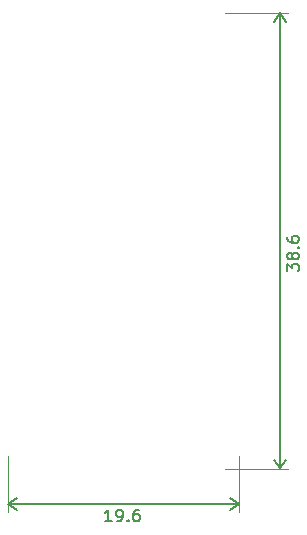
<source format=gbr>
%TF.GenerationSoftware,KiCad,Pcbnew,(6.0.6)*%
%TF.CreationDate,2022-07-10T22:28:01+02:00*%
%TF.ProjectId,epd,6570642e-6b69-4636-9164-5f7063625858,rev?*%
%TF.SameCoordinates,Original*%
%TF.FileFunction,Other,Comment*%
%FSLAX46Y46*%
G04 Gerber Fmt 4.6, Leading zero omitted, Abs format (unit mm)*
G04 Created by KiCad (PCBNEW (6.0.6)) date 2022-07-10 22:28:01*
%MOMM*%
%LPD*%
G01*
G04 APERTURE LIST*
%ADD10C,0.150000*%
%ADD11C,0.080000*%
G04 APERTURE END LIST*
D10*
X171000000Y-67950000D02*
X171000000Y-106450000D01*
X171000000Y-67950000D02*
X170500000Y-68650000D01*
D11*
X167550000Y-105400000D02*
X167550000Y-110200000D01*
D10*
X167500000Y-109500000D02*
X166800000Y-110000000D01*
X167500000Y-109500000D02*
X166800000Y-109000000D01*
X148000000Y-109500000D02*
X148700000Y-109000000D01*
X148000000Y-109500000D02*
X167450000Y-109500000D01*
X171000000Y-106450000D02*
X171500000Y-105750000D01*
D11*
X147950000Y-105400000D02*
X147950000Y-110200000D01*
D10*
X171000000Y-106450000D02*
X170500000Y-105750000D01*
X148000000Y-109500000D02*
X148700000Y-110000000D01*
D11*
X166350000Y-67900000D02*
X171650000Y-67900000D01*
X166350000Y-106500000D02*
X171650000Y-106500000D01*
D10*
X171000000Y-67950000D02*
X171500000Y-68650000D01*
X156745238Y-110952380D02*
X156173809Y-110952380D01*
X156459523Y-110952380D02*
X156459523Y-109952380D01*
X156364285Y-110095238D01*
X156269047Y-110190476D01*
X156173809Y-110238095D01*
X157221428Y-110952380D02*
X157411904Y-110952380D01*
X157507142Y-110904761D01*
X157554761Y-110857142D01*
X157650000Y-110714285D01*
X157697619Y-110523809D01*
X157697619Y-110142857D01*
X157650000Y-110047619D01*
X157602380Y-110000000D01*
X157507142Y-109952380D01*
X157316666Y-109952380D01*
X157221428Y-110000000D01*
X157173809Y-110047619D01*
X157126190Y-110142857D01*
X157126190Y-110380952D01*
X157173809Y-110476190D01*
X157221428Y-110523809D01*
X157316666Y-110571428D01*
X157507142Y-110571428D01*
X157602380Y-110523809D01*
X157650000Y-110476190D01*
X157697619Y-110380952D01*
X158126190Y-110857142D02*
X158173809Y-110904761D01*
X158126190Y-110952380D01*
X158078571Y-110904761D01*
X158126190Y-110857142D01*
X158126190Y-110952380D01*
X159030952Y-109952380D02*
X158840476Y-109952380D01*
X158745238Y-110000000D01*
X158697619Y-110047619D01*
X158602380Y-110190476D01*
X158554761Y-110380952D01*
X158554761Y-110761904D01*
X158602380Y-110857142D01*
X158650000Y-110904761D01*
X158745238Y-110952380D01*
X158935714Y-110952380D01*
X159030952Y-110904761D01*
X159078571Y-110857142D01*
X159126190Y-110761904D01*
X159126190Y-110523809D01*
X159078571Y-110428571D01*
X159030952Y-110380952D01*
X158935714Y-110333333D01*
X158745238Y-110333333D01*
X158650000Y-110380952D01*
X158602380Y-110428571D01*
X158554761Y-110523809D01*
X171602380Y-89773809D02*
X171602380Y-89154761D01*
X171983333Y-89488095D01*
X171983333Y-89345238D01*
X172030952Y-89250000D01*
X172078571Y-89202380D01*
X172173809Y-89154761D01*
X172411904Y-89154761D01*
X172507142Y-89202380D01*
X172554761Y-89250000D01*
X172602380Y-89345238D01*
X172602380Y-89630952D01*
X172554761Y-89726190D01*
X172507142Y-89773809D01*
X172030952Y-88583333D02*
X171983333Y-88678571D01*
X171935714Y-88726190D01*
X171840476Y-88773809D01*
X171792857Y-88773809D01*
X171697619Y-88726190D01*
X171650000Y-88678571D01*
X171602380Y-88583333D01*
X171602380Y-88392857D01*
X171650000Y-88297619D01*
X171697619Y-88250000D01*
X171792857Y-88202380D01*
X171840476Y-88202380D01*
X171935714Y-88250000D01*
X171983333Y-88297619D01*
X172030952Y-88392857D01*
X172030952Y-88583333D01*
X172078571Y-88678571D01*
X172126190Y-88726190D01*
X172221428Y-88773809D01*
X172411904Y-88773809D01*
X172507142Y-88726190D01*
X172554761Y-88678571D01*
X172602380Y-88583333D01*
X172602380Y-88392857D01*
X172554761Y-88297619D01*
X172507142Y-88250000D01*
X172411904Y-88202380D01*
X172221428Y-88202380D01*
X172126190Y-88250000D01*
X172078571Y-88297619D01*
X172030952Y-88392857D01*
X172507142Y-87773809D02*
X172554761Y-87726190D01*
X172602380Y-87773809D01*
X172554761Y-87821428D01*
X172507142Y-87773809D01*
X172602380Y-87773809D01*
X171602380Y-86869047D02*
X171602380Y-87059523D01*
X171650000Y-87154761D01*
X171697619Y-87202380D01*
X171840476Y-87297619D01*
X172030952Y-87345238D01*
X172411904Y-87345238D01*
X172507142Y-87297619D01*
X172554761Y-87250000D01*
X172602380Y-87154761D01*
X172602380Y-86964285D01*
X172554761Y-86869047D01*
X172507142Y-86821428D01*
X172411904Y-86773809D01*
X172173809Y-86773809D01*
X172078571Y-86821428D01*
X172030952Y-86869047D01*
X171983333Y-86964285D01*
X171983333Y-87154761D01*
X172030952Y-87250000D01*
X172078571Y-87297619D01*
X172173809Y-87345238D01*
M02*

</source>
